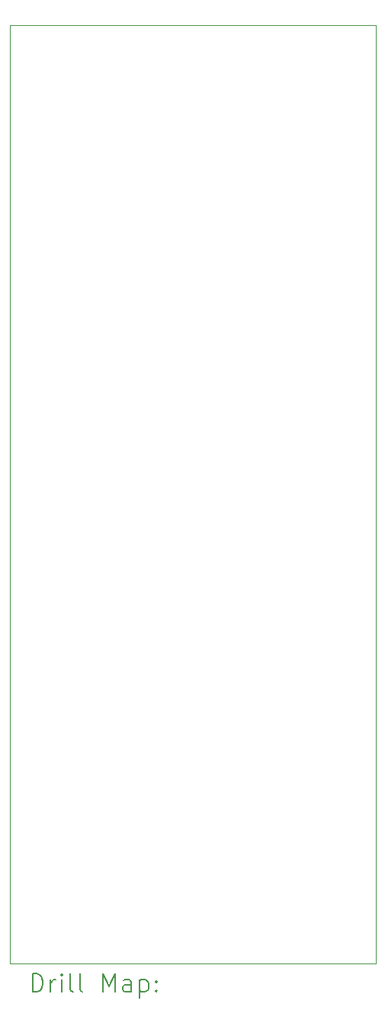
<source format=gbr>
%TF.GenerationSoftware,KiCad,Pcbnew,7.0.5-0*%
%TF.CreationDate,2023-07-07T14:44:34-07:00*%
%TF.ProjectId,loots of leds 2.0,6c6f6f74-7320-46f6-9620-6c6564732032,rev?*%
%TF.SameCoordinates,Original*%
%TF.FileFunction,Drillmap*%
%TF.FilePolarity,Positive*%
%FSLAX45Y45*%
G04 Gerber Fmt 4.5, Leading zero omitted, Abs format (unit mm)*
G04 Created by KiCad (PCBNEW 7.0.5-0) date 2023-07-07 14:44:34*
%MOMM*%
%LPD*%
G01*
G04 APERTURE LIST*
%ADD10C,0.100000*%
%ADD11C,0.200000*%
G04 APERTURE END LIST*
D10*
X15494000Y-2286000D02*
X19558000Y-2286000D01*
X19558000Y-12700000D01*
X15494000Y-12700000D01*
X15494000Y-2286000D01*
D11*
X15749777Y-13016484D02*
X15749777Y-12816484D01*
X15749777Y-12816484D02*
X15797396Y-12816484D01*
X15797396Y-12816484D02*
X15825967Y-12826008D01*
X15825967Y-12826008D02*
X15845015Y-12845055D01*
X15845015Y-12845055D02*
X15854539Y-12864103D01*
X15854539Y-12864103D02*
X15864062Y-12902198D01*
X15864062Y-12902198D02*
X15864062Y-12930769D01*
X15864062Y-12930769D02*
X15854539Y-12968865D01*
X15854539Y-12968865D02*
X15845015Y-12987912D01*
X15845015Y-12987912D02*
X15825967Y-13006960D01*
X15825967Y-13006960D02*
X15797396Y-13016484D01*
X15797396Y-13016484D02*
X15749777Y-13016484D01*
X15949777Y-13016484D02*
X15949777Y-12883150D01*
X15949777Y-12921246D02*
X15959301Y-12902198D01*
X15959301Y-12902198D02*
X15968824Y-12892674D01*
X15968824Y-12892674D02*
X15987872Y-12883150D01*
X15987872Y-12883150D02*
X16006920Y-12883150D01*
X16073586Y-13016484D02*
X16073586Y-12883150D01*
X16073586Y-12816484D02*
X16064062Y-12826008D01*
X16064062Y-12826008D02*
X16073586Y-12835531D01*
X16073586Y-12835531D02*
X16083110Y-12826008D01*
X16083110Y-12826008D02*
X16073586Y-12816484D01*
X16073586Y-12816484D02*
X16073586Y-12835531D01*
X16197396Y-13016484D02*
X16178348Y-13006960D01*
X16178348Y-13006960D02*
X16168824Y-12987912D01*
X16168824Y-12987912D02*
X16168824Y-12816484D01*
X16302158Y-13016484D02*
X16283110Y-13006960D01*
X16283110Y-13006960D02*
X16273586Y-12987912D01*
X16273586Y-12987912D02*
X16273586Y-12816484D01*
X16530729Y-13016484D02*
X16530729Y-12816484D01*
X16530729Y-12816484D02*
X16597396Y-12959341D01*
X16597396Y-12959341D02*
X16664062Y-12816484D01*
X16664062Y-12816484D02*
X16664062Y-13016484D01*
X16845015Y-13016484D02*
X16845015Y-12911722D01*
X16845015Y-12911722D02*
X16835491Y-12892674D01*
X16835491Y-12892674D02*
X16816444Y-12883150D01*
X16816444Y-12883150D02*
X16778348Y-12883150D01*
X16778348Y-12883150D02*
X16759301Y-12892674D01*
X16845015Y-13006960D02*
X16825967Y-13016484D01*
X16825967Y-13016484D02*
X16778348Y-13016484D01*
X16778348Y-13016484D02*
X16759301Y-13006960D01*
X16759301Y-13006960D02*
X16749777Y-12987912D01*
X16749777Y-12987912D02*
X16749777Y-12968865D01*
X16749777Y-12968865D02*
X16759301Y-12949817D01*
X16759301Y-12949817D02*
X16778348Y-12940293D01*
X16778348Y-12940293D02*
X16825967Y-12940293D01*
X16825967Y-12940293D02*
X16845015Y-12930769D01*
X16940253Y-12883150D02*
X16940253Y-13083150D01*
X16940253Y-12892674D02*
X16959301Y-12883150D01*
X16959301Y-12883150D02*
X16997396Y-12883150D01*
X16997396Y-12883150D02*
X17016444Y-12892674D01*
X17016444Y-12892674D02*
X17025967Y-12902198D01*
X17025967Y-12902198D02*
X17035491Y-12921246D01*
X17035491Y-12921246D02*
X17035491Y-12978388D01*
X17035491Y-12978388D02*
X17025967Y-12997436D01*
X17025967Y-12997436D02*
X17016444Y-13006960D01*
X17016444Y-13006960D02*
X16997396Y-13016484D01*
X16997396Y-13016484D02*
X16959301Y-13016484D01*
X16959301Y-13016484D02*
X16940253Y-13006960D01*
X17121205Y-12997436D02*
X17130729Y-13006960D01*
X17130729Y-13006960D02*
X17121205Y-13016484D01*
X17121205Y-13016484D02*
X17111682Y-13006960D01*
X17111682Y-13006960D02*
X17121205Y-12997436D01*
X17121205Y-12997436D02*
X17121205Y-13016484D01*
X17121205Y-12892674D02*
X17130729Y-12902198D01*
X17130729Y-12902198D02*
X17121205Y-12911722D01*
X17121205Y-12911722D02*
X17111682Y-12902198D01*
X17111682Y-12902198D02*
X17121205Y-12892674D01*
X17121205Y-12892674D02*
X17121205Y-12911722D01*
M02*

</source>
